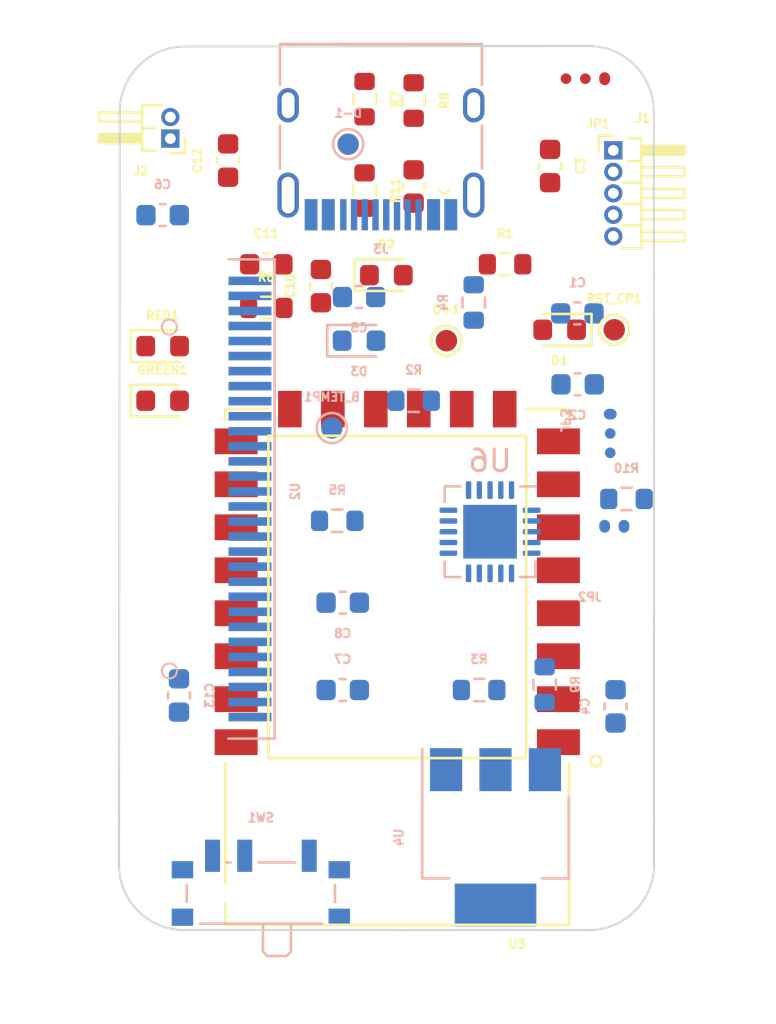
<source format=kicad_pcb>
(kicad_pcb (version 20211014) (generator pcbnew)
  (layers (0 "F.Cu" signal) (31 "B.Cu" signal) (34 "B.Paste" user) (35 "F.Paste" user) (36 "B.SilkS" user "B.Silkscreen") (37 "F.SilkS" user "F.Silkscreen") (38 "B.Mask" user) (39 "F.Mask" user) (44 "Edge.Cuts" user))
  (net 0 "")
  (net 1 "Net-(B_TEMP1-Pad1)")
  (net 2 "Net-(C1-Pad1)")
  (net 3 "GND")
  (net 4 "VIN")
  (net 5 "Net-(C4-Pad1)")
  (net 6 "Net-(C5-Pad1)")
  (net 7 "Net-(C5-Pad2)")
  (net 8 "Net-(C6-Pad1)")
  (net 9 "Net-(C7-Pad1)")
  (net 10 "Net-(C8-Pad1)")
  (net 11 "/RST#")
  (net 12 "Net-(C13-Pad1)")
  (net 13 "+3V3")
  (net 14 "VCC")
  (net 15 "/BATTERY +VE")
  (net 16 "/USB_D+")
  (net 17 "/USB_D-")
  (net 18 "Net-(GREEN1-Pad1)")
  (net 19 "Net-(GREEN1-Pad2)")
  (net 20 "Net-(J1-Pad3)")
  (net 21 "Net-(J1-Pad4)")
  (net 22 "/AT_RXD")
  (net 23 "/CP_TXD")
  (net 24 "/AT_TXD")
  (net 25 "/CP_RXD")
  (net 26 "Net-(R1-Pad2)")
  (net 27 "3.3V")
  (net 28 "/SCL_3.3")
  (net 29 "Net-(R4-Pad1)")
  (net 30 "/SDA_3.3")
  (net 31 "Net-(RED1-Pad1)")
  (net 40 "Net-(C6-Pad2)")
  (net 41 "Net-(C10-Pad1)")
  (net 47 "Net-(JP2-Pad1)")
  (net 48 "Net-(R5-Pad1)")
  (net 49 "Net-(R8-Pad1)")
  (net 50 "Net-(R11-Pad2)")
  (footprint "TestPoint:TestPoint_Pad_D1.0mm" (layer "F.Cu") (at 124.651 85.09)
    (fp_text reference "RST_CP1" (at 0 -1.448) (layer "F.SilkS") (effects (font (size 0.4 0.4) (thickness 0.14))))
    (fp_text value "0-RST")
    (fp_circle (center 0 0) (end 0 0.7) (layer "F.SilkS") (width 0.12) (fill none))
    (pad "1" smd circle (at 0 0) (size 1 1) (layers "F.Cu" "F.Mask") (net 26 "Net-(R1-Pad2)"))
  )
  (footprint "TestPoint:TestPoint_Pad_D1.0mm" (layer "F.Cu") (at 116.84 85.598)
    (fp_text reference "D+1" (at 0 -1.448) (layer "F.SilkS") (effects (font (size 0.4 0.4) (thickness 0.14))))
    (fp_text value "D+")
    (fp_circle (center 0 0) (end 0 0.7) (layer "F.SilkS") (width 0.12) (fill none))
    (pad "1" smd circle (at 0 0) (size 1 1) (layers "F.Cu" "F.Mask") (net 16 "/USB_D+"))
  )
  (footprint "Resistor_SMD:R_0603_1608Metric" (layer "F.Cu") (at 119.571 82.042)
    (fp_text reference "R1" (at 0 -1.43) (layer "F.SilkS") (effects (font (size 0.4 0.4) (thickness 0.14))))
    (fp_text value "4.7k")
    (fp_line (start -0.237258 -0.5225) (end 0.237258 -0.5225) (layer "F.SilkS") (width 0.12))
    (fp_line (start -0.237258 0.5225) (end 0.237258 0.5225) (layer "F.SilkS") (width 0.12))
    (pad "1" smd roundrect (at -0.825 0) (size 0.8 0.95) (layers "F.Cu" "F.Paste" "F.Mask") (net 4 "VIN"))
    (pad "2" smd roundrect (at 0.825 0) (size 0.8 0.95) (layers "F.Cu" "F.Paste" "F.Mask") (net 26 "Net-(R1-Pad2)"))
  )
  (footprint "Capacitor_SMD:C_0603_1608Metric" (layer "F.Cu") (at 106.68 77.216 90)
    (fp_text reference "C12" (at 0 -1.43 90) (layer "F.SilkS") (effects (font (size 0.4 0.4) (thickness 0.14))))
    (fp_text value "10uf")
    (fp_line (start -0.14058 0.51) (end 0.14058 0.51) (layer "F.SilkS") (width 0.12))
    (fp_line (start -0.14058 -0.51) (end 0.14058 -0.51) (layer "F.SilkS") (width 0.12))
    (pad "1" smd roundrect (at -0.775 0 90) (size 0.9 0.95) (layers "F.Cu" "F.Paste" "F.Mask") (net 15 "/BATTERY +VE"))
    (pad "2" smd roundrect (at 0.775 0 90) (size 0.9 0.95) (layers "F.Cu" "F.Paste" "F.Mask") (net 3 "GND"))
  )
  (footprint "Capacitor_SMD:C_0603_1608Metric" (layer "F.Cu") (at 121.666 77.47 -90)
    (fp_text reference "C3" (at 0 -1.43 90) (layer "F.SilkS") (effects (font (size 0.4 0.4) (thickness 0.14))))
    (fp_text value "1uf")
    (fp_line (start -0.14058 -0.51) (end 0.14058 -0.51) (layer "F.SilkS") (width 0.12))
    (fp_line (start -0.14058 0.51) (end 0.14058 0.51) (layer "F.SilkS") (width 0.12))
    (pad "1" smd roundrect (at -0.775 0 270) (size 0.9 0.95) (layers "F.Cu" "F.Paste" "F.Mask") (net 4 "VIN"))
    (pad "2" smd roundrect (at 0.775 0 270) (size 0.9 0.95) (layers "F.Cu" "F.Paste" "F.Mask") (net 3 "GND"))
  )
  (footprint "TEST_POINT_MATRIX_6-PIN:3_PIN_SOLDER_JUMPER_SMD" (layer "F.Cu") (at 123.906 76.006)
    (fp_text reference "JP1" (at 0 -0.5 unlocked) (layer "F.SilkS") (effects (font (size 0.4 0.4) (thickness 0.14))))
    (fp_text value "SolderJumper_3_Open")
    (pad "1" smd oval (at 0.3 -2.6) (size 0.5 0.6) (layers "F.Cu" "F.Paste" "F.Mask") (net 22 "/AT_RXD") (clearance 0.2))
    (pad "2" smd custom (at -0.6 -2.6) (size 0.5 0.5) (layers "F.Cu" "F.Paste" "F.Mask") (net 20 "Net-(J1-Pad3)") (clearance 0.2) (options (clearance outline) (anchor circle)) (primitives))
    (pad "3" smd custom (at -1.5 -2.6) (size 0.5 0.5) (layers "F.Cu" "F.Paste" "F.Mask") (net 23 "/CP_TXD") (clearance 0.2) (options (clearance outline) (anchor circle)) (primitives))
  )
  (footprint "LED_SMD:LED_0603_1608Metric" (layer "F.Cu") (at 103.632 85.852)
    (fp_text reference "RED1" (at 0 -1.43) (layer "F.SilkS") (effects (font (size 0.4 0.4) (thickness 0.14))))
    (fp_text value "LED RED")
    (fp_line (start -1.485 0.735) (end 0.8 0.735) (layer "F.SilkS") (width 0.12))
    (fp_line (start -1.485 -0.735) (end -1.485 0.735) (layer "F.SilkS") (width 0.12))
    (fp_line (start 0.8 -0.735) (end -1.485 -0.735) (layer "F.SilkS") (width 0.12))
    (pad "1" smd roundrect (at -0.7875 0) (size 0.875 0.95) (layers "F.Cu" "F.Paste" "F.Mask") (net 31 "Net-(RED1-Pad1)"))
    (pad "2" smd roundrect (at 0.7875 0) (size 0.875 0.95) (layers "F.Cu" "F.Paste" "F.Mask") (net 49 "Net-(R8-Pad1)"))
  )
  (footprint "ESP8266 FT:XCVR_ESP8266-12E_ESP-12E" (layer "F.Cu") (at 114.554 97.282 180)
    (fp_text reference "U3" (at -5.57929 -16.39759) (layer "F.SilkS") (effects (font (size 0.4 0.4) (thickness 0.14))))
    (fp_text value "ESP8266-12E/ESP-12E")
    (fp_line (start 8 8) (end 8 8.5) (layer "F.SilkS") (width 0.127))
    (fp_line (start -6 7.26) (end -6 -7.74) (layer "F.SilkS") (width 0.127))
    (fp_line (start 6 7.26) (end -6 7.26) (layer "F.SilkS") (width 0.127))
    (fp_line (start 8 8.5) (end 6 8.5) (layer "F.SilkS") (width 0.127))
    (fp_line (start -8 -8) (end -8 -15.5) (layer "F.SilkS") (width 0.127))
    (fp_line (start -6 -7.74) (end 6 -7.74) (layer "F.SilkS") (width 0.127))
    (fp_line (start -8 -15.5) (end 8 -15.5) (layer "F.SilkS") (width 0.127))
    (fp_line (start 6 -7.74) (end 6 7.26) (layer "F.SilkS") (width 0.127))
    (fp_line (start 8 -15.5) (end 8 -8) (layer "F.SilkS") (width 0.127))
    (fp_line (start -8 8.5) (end -6 8.5) (layer "F.SilkS") (width 0.127))
    (fp_line (start -8 8) (end -8 8.5) (layer "F.SilkS") (width 0.127))
    (fp_circle (center -9.25 -7.875) (end -9 -7.875) (layer "F.SilkS") (width 0.127) (fill none))
    (pad "1" smd rect locked (at -7.5 -7 180) (size 2 1.2) (layers "F.Cu" "F.Paste" "F.Mask"))
    (pad "2" smd rect locked (at -7.5 -5 180) (size 2 1.2) (layers "F.Cu" "F.Paste" "F.Mask"))
    (pad "3" smd rect locked (at -7.5 -3 180) (size 2 1.2) (layers "F.Cu" "F.Paste" "F.Mask"))
    (pad "4" smd rect locked (at -7.5 -1 180) (size 2 1.2) (layers "F.Cu" "F.Paste" "F.Mask"))
    (pad "5" smd rect locked (at -7.5 1 180) (size 2 1.2) (layers "F.Cu" "F.Paste" "F.Mask"))
    (pad "6" smd rect locked (at -7.5 3 180) (size 2 1.2) (layers "F.Cu" "F.Paste" "F.Mask"))
    (pad "7" smd rect locked (at -7.5 5 180) (size 2 1.2) (layers "F.Cu" "F.Paste" "F.Mask"))
    (pad "8" smd rect locked (at -7.5 7 180) (size 2 1.2) (layers "F.Cu" "F.Paste" "F.Mask"))
    (pad "9" smd rect locked (at -5 8.5 180) (size 1.1 1.7) (layers "F.Cu" "F.Paste" "F.Mask"))
    (pad "10" smd rect locked (at -3 8.5 180) (size 1.1 1.7) (layers "F.Cu" "F.Paste" "F.Mask"))
    (pad "11" smd rect locked (at -1 8.5 180) (size 1.1 1.7) (layers "F.Cu" "F.Paste" "F.Mask"))
    (pad "12" smd rect locked (at 1 8.5 180) (size 1.1 1.7) (layers "F.Cu" "F.Paste" "F.Mask"))
    (pad "13" smd rect locked (at 3 8.5 180) (size 1.1 1.7) (layers "F.Cu" "F.Paste" "F.Mask"))
    (pad "14" smd rect locked (at 5 8.5 180) (size 1.1 1.7) (layers "F.Cu" "F.Paste" "F.Mask"))
    (pad "15" smd rect locked (at 7.5 7 180) (size 2 1.2) (layers "F.Cu" "F.Paste" "F.Mask"))
    (pad "16" smd rect locked (at 7.5 5 180) (size 2 1.2) (layers "F.Cu" "F.Paste" "F.Mask"))
    (pad "17" smd rect locked (at 7.5 3 180) (size 2 1.2) (layers "F.Cu" "F.Paste" "F.Mask"))
    (pad "18" smd rect locked (at 7.5 1 180) (size 2 1.2) (layers "F.Cu" "F.Paste" "F.Mask"))
    (pad "19" smd rect locked (at 7.5 -1 180) (size 2 1.2) (layers "F.Cu" "F.Paste" "F.Mask"))
    (pad "20" smd rect locked (at 7.5 -3 180) (size 2 1.2) (layers "F.Cu" "F.Paste" "F.Mask"))
    (pad "21" smd rect locked (at 7.5 -5 180) (size 2 1.2) (layers "F.Cu" "F.Paste" "F.Mask"))
    (pad "22" smd rect locked (at 7.5 -7 180) (size 2 1.2) (layers "F.Cu" "F.Paste" "F.Mask"))
  )
  (footprint "Resistor_SMD:R_0603_1608Metric" (layer "F.Cu") (at 115.316 74.422 -90)
    (fp_text reference "R8" (at 0 -1.43 90) (layer "F.SilkS") (effects (font (size 0.4 0.4) (thickness 0.14))))
    (fp_text value "1k")
    (fp_line (start -0.237258 -0.5225) (end 0.237258 -0.5225) (layer "F.SilkS") (width 0.12))
    (fp_line (start -0.237258 0.5225) (end 0.237258 0.5225) (layer "F.SilkS") (width 0.12))
    (pad "1" smd roundrect (at -0.825 0 270) (size 0.8 0.95) (layers "F.Cu" "F.Paste" "F.Mask") (net 49 "Net-(R8-Pad1)"))
    (pad "2" smd roundrect (at 0.825 0 270) (size 0.8 0.95) (layers "F.Cu" "F.Paste" "F.Mask") (net 12 "Net-(C13-Pad1)"))
  )
  (footprint "Diode_SMD:D_0603_1608Metric" (layer "F.Cu") (at 114.046 82.55)
    (fp_text reference "D2" (at 0 -1.43) (layer "F.SilkS") (effects (font (size 0.4 0.4) (thickness 0.14))))
    (fp_text value "D_Schottky")
    (fp_line (start -1.485 -0.735) (end -1.485 0.735) (layer "F.SilkS") (width 0.12))
    (fp_line (start -1.485 0.735) (end 0.8 0.735) (layer "F.SilkS") (width 0.12))
    (fp_line (start 0.8 -0.735) (end -1.485 -0.735) (layer "F.SilkS") (width 0.12))
    (pad "1" smd roundrect (at -0.7875 0) (size 0.875 0.95) (layers "F.Cu" "F.Paste" "F.Mask") (net 16 "/USB_D+"))
    (pad "2" smd roundrect (at 0.7875 0) (size 0.875 0.95) (layers "F.Cu" "F.Paste" "F.Mask") (net 3 "GND"))
  )
  (footprint "LED_SMD:LED_0603_1608Metric" (layer "F.Cu") (at 103.632 88.392)
    (fp_text reference "GREEN1" (at 0 -1.43) (layer "F.SilkS") (effects (font (size 0.4 0.4) (thickness 0.14))))
    (fp_text value "LED GREEN")
    (fp_line (start 0.8 -0.735) (end -1.485 -0.735) (layer "F.SilkS") (width 0.12))
    (fp_line (start -1.485 -0.735) (end -1.485 0.735) (layer "F.SilkS") (width 0.12))
    (fp_line (start -1.485 0.735) (end 0.8 0.735) (layer "F.SilkS") (width 0.12))
    (pad "1" smd roundrect (at -0.7875 0) (size 0.875 0.95) (layers "F.Cu" "F.Paste" "F.Mask") (net 18 "Net-(GREEN1-Pad1)"))
    (pad "2" smd roundrect (at 0.7875 0) (size 0.875 0.95) (layers "F.Cu" "F.Paste" "F.Mask") (net 19 "Net-(GREEN1-Pad2)"))
  )
  (footprint "Connector_PinHeader_1.00mm:PinHeader_1x05_P1.00mm_Horizontal" (layer "F.Cu") (at 124.609 76.74)
    (fp_text reference "J1" (at 1.375 -1.5) (layer "F.SilkS") (effects (font (size 0.4 0.4) (thickness 0.14))))
    (fp_text value "UART")
    (fp_line (start 3.31 1.79) (end 3.31 2.21) (layer "F.SilkS") (width 0.12))
    (fp_line (start 0.468215 2.5) (end 1.31 2.5) (layer "F.SilkS") (width 0.12))
    (fp_line (start 3.31 1.21) (end 1.31 1.21) (layer "F.SilkS") (width 0.12))
    (fp_line (start 1.31 0.09) (end 3.31 0.09) (layer "F.SilkS") (width 0.12))
    (fp_line (start -0.685 0) (end -0.685 -0.685) (layer "F.SilkS") (width 0.12))
    (fp_line (start -0.685 -0.685) (end 0 -0.685) (layer "F.SilkS") (width 0.12))
    (fp_line (start 3.31 0.79) (end 3.31 1.21) (layer "F.SilkS") (width 0.12))
    (fp_line (start 1.31 4.56) (end 0.394493 4.56) (layer "F.SilkS") (width 0.12))
    (fp_line (start 3.31 4.21) (end 1.31 4.21) (layer "F.SilkS") (width 0.12))
    (fp_line (start 3.31 3.21) (end 1.31 3.21) (layer "F.SilkS") (width 0.12))
    (fp_line (start 0.468215 3.5) (end 1.31 3.5) (layer "F.SilkS") (width 0.12))
    (fp_line (start 1.31 -0.15) (end 3.31 -0.15) (layer "F.SilkS") (width 0.12))
    (fp_line (start 0.685 0.5) (end 1.31 0.5) (layer "F.SilkS") (width 0.12))
    (fp_line (start 1.31 -0.56) (end 1.31 4.56) (layer "F.SilkS") (width 0.12))
    (fp_line (start 1.31 -0.03) (end 3.31 -0.03) (layer "F.SilkS") (width 0.12))
    (fp_line (start 1.31 3.79) (end 3.31 3.79) (layer "F.SilkS") (width 0.12))
    (fp_line (start 1.31 -0.21) (end 3.31 -0.21) (layer "F.SilkS") (width 0.12))
    (fp_line (start 3.31 2.79) (end 3.31 3.21) (layer "F.SilkS") (width 0.12))
    (fp_line (start 0.685 -0.56) (end 1.31 -0.56) (layer "F.SilkS") (width 0.12))
    (fp_line (start 3.31 -0.21) (end 3.31 0.21) (layer "F.SilkS") (width 0.12))
    (fp_line (start 3.31 3.79) (end 3.31 4.21) (layer "F.SilkS") (width 0.12))
    (fp_line (start 1.31 2.79) (end 3.31 2.79) (layer "F.SilkS") (width 0.12))
    (fp_line (start 0.468215 1.5) (end 1.31 1.5) (layer "F.SilkS") (width 0.12))
    (fp_line (start 1.31 1.79) (end 3.31 1.79) (layer "F.SilkS") (width 0.12))
    (fp_line (start 3.31 0.21) (end 1.31 0.21) (layer "F.SilkS") (width 0.12))
    (fp_line (start 1.31 0.79) (end 3.31 0.79) (layer "F.SilkS") (width 0.12))
    (fp_line (start 3.31 2.21) (end 1.31 2.21) (layer "F.SilkS") (width 0.12))
    (pad "1" thru_hole rect (at 0 0) (size 0.85 0.85) (drill 0.5) (layers *.Cu *.Mask) (net 4 "VIN"))
    (pad "2" thru_hole oval (at 0 1) (size 0.85 0.85) (drill 0.5) (layers *.Cu *.Mask) (net 3 "GND"))
    (pad "3" thru_hole oval (at 0 2) (size 0.85 0.85) (drill 0.5) (layers *.Cu *.Mask) (net 20 "Net-(J1-Pad3)"))
    (pad "4" thru_hole oval (at 0 3) (size 0.85 0.85) (drill 0.5) (layers *.Cu *.Mask) (net 21 "Net-(J1-Pad4)"))
    (pad "5" thru_hole oval (at 0 4) (size 0.85 0.85) (drill 0.5) (layers *.Cu *.Mask) (net 2 "Net-(C1-Pad1)"))
  )
  (footprint "Resistor_SMD:R_0603_1608Metric" (layer "F.Cu") (at 108.458 84.074)
    (fp_text reference "R6" (at 0 -1.43) (layer "F.SilkS") (effects (font (size 0.4 0.4) (thickness 0.14))))
    (fp_text value "0.4R")
    (fp_line (start -0.237258 0.5225) (end 0.237258 0.5225) (layer "F.SilkS") (width 0.12))
    (fp_line (start -0.237258 -0.5225) (end 0.237258 -0.5225) (layer "F.SilkS") (width 0.12))
    (pad "1" smd roundrect (at -0.825 0) (size 0.8 0.95) (layers "F.Cu" "F.Paste" "F.Mask") (net 14 "VCC"))
    (pad "2" smd roundrect (at 0.825 0) (size 0.8 0.95) (layers "F.Cu" "F.Paste" "F.Mask") (net 41 "Net-(C10-Pad1)"))
  )
  (footprint "Connector_PinHeader_1.00mm:PinHeader_1x02_P1.00mm_Horizontal" (layer "F.Cu") (at 103.991 76.192 180)
    (fp_text reference "J2" (at 1.375 -1.5) (layer "F.SilkS") (effects (font (size 0.4 0.4) (thickness 0.14))))
    (fp_text value "Li-Ion 3.7 CONN")
    (fp_line (start 1.31 -0.21) (end 3.31 -0.21) (layer "F.SilkS") (width 0.12))
    (fp_line (start 3.31 0.21) (end 1.31 0.21) (layer "F.SilkS") (width 0.12))
    (fp_line (start 1.31 0.79) (end 3.31 0.79) (layer "F.SilkS") (width 0.12))
    (fp_line (start 1.31 1.56) (end 0.394493 1.56) (layer "F.SilkS") (width 0.12))
    (fp_line (start 1.31 -0.15) (end 3.31 -0.15) (layer "F.SilkS") (width 0.12))
    (fp_line (start 3.31 1.21) (end 1.31 1.21) (layer "F.SilkS") (width 0.12))
    (fp_line (start 1.31 -0.03) (end 3.31 -0.03) (layer "F.SilkS") (width 0.12))
    (fp_line (start 3.31 0.79) (end 3.31 1.21) (layer "F.SilkS") (width 0.12))
    (fp_line (start 1.31 0.09) (end 3.31 0.09) (layer "F.SilkS") (width 0.12))
    (fp_line (start 0.685 0.5) (end 1.31 0.5) (layer "F.SilkS") (width 0.12))
    (fp_line (start 0.685 -0.56) (end 1.31 -0.56) (layer "F.SilkS") (width 0.12))
    (fp_line (start 3.31 -0.21) (end 3.31 0.21) (layer "F.SilkS") (width 0.12))
    (fp_line (start -0.685 -0.685) (end 0 -0.685) (layer "F.SilkS") (width 0.12))
    (fp_line (start 1.31 -0.56) (end 1.31 1.56) (layer "F.SilkS") (width 0.12))
    (fp_line (start -0.685 0) (end -0.685 -0.685) (layer "F.SilkS") (width 0.12))
    (pad "1" thru_hole rect (at 0 0 180) (size 0.85 0.85) (drill 0.5) (layers *.Cu *.Mask) (net 15 "/BATTERY +VE"))
    (pad "2" thru_hole oval (at 0 1 180) (size 0.85 0.85) (drill 0.5) (layers *.Cu *.Mask) (net 3 "GND"))
  )
  (footprint "Diode_SMD:D_0603_1608Metric" (layer "F.Cu") (at 122.111 85.09 180)
    (fp_text reference "D1" (at 0 -1.43) (layer "F.SilkS") (effects (font (size 0.4 0.4) (thickness 0.14))))
    (fp_text value "4148")
    (fp_line (start -1.485 0.735) (end 0.8 0.735) (layer "F.SilkS") (width 0.12))
    (fp_line (start 0.8 -0.735) (end -1.485 -0.735) (layer "F.SilkS") (width 0.12))
    (fp_line (start -1.485 -0.735) (end -1.485 0.735) (layer "F.SilkS") (width 0.12))
    (pad "1" smd roundrect (at -0.7875 0 180) (size 0.875 0.95) (layers "F.Cu" "F.Paste" "F.Mask") (net 4 "VIN"))
    (pad "2" smd roundrect (at 0.7875 0 180) (size 0.875 0.95) (layers "F.Cu" "F.Paste" "F.Mask") (net 3 "GND"))
  )
  (footprint "Capacitor_SMD:C_0603_1608Metric" (layer "F.Cu") (at 110.998 83.058 90)
    (fp_text reference "C10" (at 0 -1.43 90) (layer "F.SilkS") (effects (font (size 0.4 0.4) (thickness 0.14))))
    (fp_text value "1uf")
    (fp_line (start -0.14058 -0.51) (end 0.14058 -0.51) (layer "F.SilkS") (width 0.12))
    (fp_line (start -0.14058 0.51) (end 0.14058 0.51) (layer "F.SilkS") (width 0.12))
    (pad "1" smd roundrect (at -0.775 0 90) (size 0.9 0.95) (layers "F.Cu" "F.Paste" "F.Mask") (net 41 "Net-(C10-Pad1)"))
    (pad "2" smd roundrect (at 0.775 0 90) (size 0.9 0.95) (layers "F.Cu" "F.Paste" "F.Mask") (net 3 "GND"))
  )
  (footprint "Capacitor_SMD:C_0603_1608Metric" (layer "F.Cu") (at 108.458 82.042)
    (fp_text reference "C11" (at 0 -1.43) (layer "F.SilkS") (effects (font (size 0.4 0.4) (thickness 0.14))))
    (fp_text value ".1uf")
    (fp_line (start -0.14058 0.51) (end 0.14058 0.51) (layer "F.SilkS") (width 0.12))
    (fp_line (start -0.14058 -0.51) (end 0.14058 -0.51) (layer "F.SilkS") (width 0.12))
    (pad "1" smd roundrect (at -0.775 0) (size 0.9 0.95) (layers "F.Cu" "F.Paste" "F.Mask") (net 14 "VCC"))
    (pad "2" smd roundrect (at 0.775 0) (size 0.9 0.95) (layers "F.Cu" "F.Paste" "F.Mask") (net 3 "GND"))
  )
  (footprint "Resistor_SMD:R_0603_1608Metric" (layer "F.Cu") (at 113.03 74.359 -90)
    (fp_text reference "R7" (at 0 -1.43 90) (layer "F.SilkS") (effects (font (size 0.4 0.4) (thickness 0.14))))
    (fp_text value "1k")
    (fp_line (start -0.237258 0.5225) (end 0.237258 0.5225) (layer "F.SilkS") (width 0.12))
    (fp_line (start -0.237258 -0.5225) (end 0.237258 -0.5225) (layer "F.SilkS") (width 0.12))
    (pad "1" smd roundrect (at -0.825 0 270) (size 0.8 0.95) (layers "F.Cu" "F.Paste" "F.Mask") (net 19 "Net-(GREEN1-Pad2)"))
    (pad "2" smd roundrect (at 0.825 0 270) (size 0.8 0.95) (layers "F.Cu" "F.Paste" "F.Mask") (net 12 "Net-(C13-Pad1)"))
  )
  (footprint "Resistor_SMD:R_0603_1608Metric" (layer "F.Cu") (at 113.03 78.614 -90)
    (fp_text reference "R11" (at 0 -1.43 90) (layer "F.SilkS") (effects (font (size 0.4 0.4) (thickness 0.14))))
    (fp_text value "R_prog")
    (fp_line (start -0.237258 -0.5225) (end 0.237258 -0.5225) (layer "F.SilkS") (width 0.12))
    (fp_line (start -0.237258 0.5225) (end 0.237258 0.5225) (layer "F.SilkS") (width 0.12))
    (pad "1" smd roundrect (at -0.825 0 270) (size 0.8 0.95) (layers "F.Cu" "F.Paste" "F.Mask") (net 3 "GND"))
    (pad "2" smd roundrect (at 0.825 0 270) (size 0.8 0.95) (layers "F.Cu" "F.Paste" "F.Mask") (net 50 "Net-(R11-Pad2)"))
  )
  (footprint "Capacitor_SMD:C_0603_1608Metric" (layer "F.Cu") (at 115.316 78.423 -90)
    (fp_text reference "C9" (at 0 -1.43 90) (layer "F.SilkS") (effects (font (size 0.4 0.4) (thickness 0.14))))
    (fp_text value "1uf")
    (fp_line (start -0.14058 0.51) (end 0.14058 0.51) (layer "F.SilkS") (width 0.12))
    (fp_line (start -0.14058 -0.51) (end 0.14058 -0.51) (layer "F.SilkS") (width 0.12))
    (pad "1" smd roundrect (at -0.775 0 270) (size 0.9 0.95) (layers "F.Cu" "F.Paste" "F.Mask") (net 13 "+3V3"))
    (pad "2" smd roundrect (at 0.775 0 270) (size 0.9 0.95) (layers "F.Cu" "F.Paste" "F.Mask") (net 3 "GND"))
  )
  (footprint "Package_TO_SOT_SMD:SOT-223" (layer "B.Cu") (at 119.126 108.712 -90)
    (fp_text reference "U4" (at 0 4.5 90) (layer "B.SilkS") (effects (font (size 0.4 0.4) (thickness 0.14)) (justify mirror)))
    (fp_text value "LM3940IMP-3.3/NOPB")
    (fp_line (start -4.1 3.41) (end 1.91 3.41) (layer "B.SilkS") (width 0.12))
    (fp_line (start -1.85 -3.41) (end 1.91 -3.41) (layer "B.SilkS") (width 0.12))
    (fp_line (start 1.91 -3.41) (end 1.91 -2.15) (layer "B.SilkS") (width 0.12))
    (fp_line (start 1.91 3.41) (end 1.91 2.15) (layer "B.SilkS") (width 0.12))
    (pad "1" smd rect (at -3.15 2.3 270) (size 2 1.5) (layers "B.Cu" "B.Paste" "B.Mask") (net 41 "Net-(C10-Pad1)"))
    (pad "2" smd rect (at -3.15 0 270) (size 2 1.5) (layers "B.Cu" "B.Paste" "B.Mask") (net 3 "GND"))
    (pad "3" smd rect (at -3.15 -2.3 270) (size 2 1.5) (layers "B.Cu" "B.Paste" "B.Mask") (net 13 "+3V3"))
    (pad "4" smd rect (at 3.15 0 270) (size 2 3.8) (layers "B.Cu" "B.Paste" "B.Mask"))
  )
  (footprint "Capacitor_SMD:C_0603_1608Metric" (layer "B.Cu") (at 112.014 101.854 180)
    (fp_text reference "C7" (at 0 1.43) (layer "B.SilkS") (effects (font (size 0.4 0.4) (thickness 0.14)) (justify mirror)))
    (fp_text value "2.2uf")
    (fp_line (start -0.14058 0.51) (end 0.14058 0.51) (layer "B.SilkS") (width 0.12))
    (fp_line (start -0.14058 -0.51) (end 0.14058 -0.51) (layer "B.SilkS") (width 0.12))
    (pad "1" smd roundrect (at -0.775 0 180) (size 0.9 0.95) (layers "B.Cu" "B.Paste" "B.Mask") (net 9 "Net-(C7-Pad1)"))
    (pad "2" smd roundrect (at 0.775 0 180) (size 0.9 0.95) (layers "B.Cu" "B.Paste" "B.Mask") (net 3 "GND"))
  )
  (footprint "Display:OLED-128O064D" (layer "B.Cu") (at 107.696 92.964 -90)
    (fp_text reference "U2" (at -0.35 -2.1 90) (layer "B.SilkS") (effects (font (size 0.4 0.4) (thickness 0.14)) (justify mirror)))
    (fp_text value "SSD1306")
    (fp_line (start 11.15 -1.15) (end 11.15 1) (layer "B.SilkS") (width 0.12))
    (fp_line (start -11.15 -1.15) (end 11.15 -1.15) (layer "B.SilkS") (width 0.12))
    (fp_line (start -11.15 1) (end -11.15 -1.15) (layer "B.SilkS") (width 0.12))
    (fp_circle (center -8 3.75) (end -7.65 3.75) (layer "B.SilkS") (width 0.1) (fill none))
    (fp_circle (center 8 3.75) (end 8.35 3.75) (layer "B.SilkS") (width 0.1) (fill none))
    (pad "1" smd rect (at -10.15 0 270) (size 0.4 2) (layers "B.Cu" "B.Paste" "B.Mask") (net 3 "GND"))
    (pad "2" smd rect (at -9.45 0 270) (size 0.4 2) (layers "B.Cu" "B.Paste" "B.Mask") (net 7 "Net-(C5-Pad2)"))
    (pad "3" smd rect (at -8.75 0 270) (size 0.4 2) (layers "B.Cu" "B.Paste" "B.Mask") (net 6 "Net-(C5-Pad1)"))
    (pad "4" smd rect (at -8.05 0 270) (size 0.4 2) (layers "B.Cu" "B.Paste" "B.Mask") (net 8 "Net-(C6-Pad1)"))
    (pad "5" smd rect (at -7.35 0 270) (size 0.4 2) (layers "B.Cu" "B.Paste" "B.Mask") (net 40 "Net-(C6-Pad2)"))
    (pad "6" smd rect (at -6.65 0 270) (size 0.4 2) (layers "B.Cu" "B.Paste" "B.Mask") (net 27 "3.3V"))
    (pad "7" smd rect (at -5.95 0 270) (size 0.4 2) (layers "B.Cu" "B.Paste" "B.Mask"))
    (pad "8" smd rect (at -5.25 0 270) (size 0.4 2) (layers "B.Cu" "B.Paste" "B.Mask") (net 3 "GND"))
    (pad "9" smd rect (at -4.55 0 270) (size 0.4 2) (layers "B.Cu" "B.Paste" "B.Mask") (net 27 "3.3V"))
    (pad "10" smd rect (at -3.85 0 270) (size 0.4 2) (layers "B.Cu" "B.Paste" "B.Mask") (net 3 "GND"))
    (pad "11" smd rect (at -3.15 0 270) (size 0.4 2) (layers "B.Cu" "B.Paste" "B.Mask") (net 27 "3.3V"))
    (pad "12" smd rect (at -2.45 0 270) (size 0.4 2) (layers "B.Cu" "B.Paste" "B.Mask") (net 3 "GND"))
    (pad "13" smd rect (at -1.75 0 270) (size 0.4 2) (layers "B.Cu" "B.Paste" "B.Mask") (net 3 "GND"))
    (pad "14" smd rect (at -1.05 0 270) (size 0.4 2) (layers "B.Cu" "B.Paste" "B.Mask"))
    (pad "15" smd rect (at -0.35 0 270) (size 0.4 2) (layers "B.Cu" "B.Paste" "B.Mask"))
    (pad "16" smd rect (at 0.35 0 270) (size 0.4 2) (layers "B.Cu" "B.Paste" "B.Mask"))
    (pad "17" smd rect (at 1.05 0 270) (size 0.4 2) (layers "B.Cu" "B.Paste" "B.Mask"))
    (pad "18" smd rect (at 1.75 0 270) (size 0.4 2) (layers "B.Cu" "B.Paste" "B.Mask") (net 28 "/SCL_3.3"))
    (pad "19" smd rect (at 2.45 0 270) (size 0.4 2) (layers "B.Cu" "B.Paste" "B.Mask") (net 30 "/SDA_3.3"))
    (pad "20" smd rect (at 3.15 0 270) (size 0.4 2) (layers "B.Cu" "B.Paste" "B.Mask") (net 30 "/SDA_3.3"))
    (pad "21" smd rect (at 3.85 0 270) (size 0.4 2) (layers "B.Cu" "B.Paste" "B.Mask"))
    (pad "22" smd rect (at 4.55 0 270) (size 0.4 2) (layers "B.Cu" "B.Paste" "B.Mask"))
    (pad "23" smd rect (at 5.25 0 270) (size 0.4 2) (layers "B.Cu" "B.Paste" "B.Mask"))
    (pad "24" smd rect (at 5.95 0 270) (size 0.4 2) (layers "B.Cu" "B.Paste" "B.Mask"))
    (pad "25" smd rect (at 6.65 0 270) (size 0.4 2) (layers "B.Cu" "B.Paste" "B.Mask"))
    (pad "26" smd rect (at 7.35 0 270) (size 0.4 2) (layers "B.Cu" "B.Paste" "B.Mask") (net 48 "Net-(R5-Pad1)"))
    (pad "27" smd rect (at 8.05 0 270) (size 0.4 2) (layers "B.Cu" "B.Paste" "B.Mask") (net 9 "Net-(C7-Pad1)"))
    (pad "28" smd rect (at 8.75 0 270) (size 0.4 2) (layers "B.Cu" "B.Paste" "B.Mask") (net 10 "Net-(C8-Pad1)"))
    (pad "29" smd rect (at 9.45 0 270) (size 0.4 2) (layers "B.Cu" "B.Paste" "B.Mask") (net 3 "GND"))
    (pad "30" smd rect (at 10.15 0 270) (size 0.4 2) (layers "B.Cu" "B.Paste" "B.Mask") (net 3 "GND"))
  )
  (footprint "Capacitor_SMD:C_0603_1608Metric" (layer "B.Cu") (at 103.632 79.756 180)
    (fp_text reference "C6" (at 0 1.43) (layer "B.SilkS") (effects (font (size 0.4 0.4) (thickness 0.14)) (justify mirror)))
    (fp_text value "1uf")
    (fp_line (start -0.14058 0.51) (end 0.14058 0.51) (layer "B.SilkS") (width 0.12))
    (fp_line (start -0.14058 -0.51) (end 0.14058 -0.51) (layer "B.SilkS") (width 0.12))
    (pad "1" smd roundrect (at -0.775 0 180) (size 0.9 0.95) (layers "B.Cu" "B.Paste" "B.Mask") (net 8 "Net-(C6-Pad1)"))
    (pad "2" smd roundrect (at 0.775 0 180) (size 0.9 0.95) (layers "B.Cu" "B.Paste" "B.Mask") (net 40 "Net-(C6-Pad2)"))
  )
  (footprint "Resistor_SMD:R_0603_1608Metric" (layer "B.Cu") (at 118.364 101.854 180)
    (fp_text reference "R3" (at 0 1.43) (layer "B.SilkS") (effects (font (size 0.4 0.4) (thickness 0.14)) (justify mirror)))
    (fp_text value "10k")
    (fp_line (start -0.237258 -0.5225) (end 0.237258 -0.5225) (layer "B.SilkS") (width 0.12))
    (fp_line (start -0.237258 0.5225) (end 0.237258 0.5225) (layer "B.SilkS") (width 0.12))
    (pad "1" smd roundrect (at -0.825 0 180) (size 0.8 0.95) (layers "B.Cu" "B.Paste" "B.Mask") (net 27 "3.3V"))
    (pad "2" smd roundrect (at 0.825 0 180) (size 0.8 0.95) (layers "B.Cu" "B.Paste" "B.Mask") (net 30 "/SDA_3.3"))
  )
  (footprint "Connector_USB:USB_C_Receptacle_HRO_TYPE-C-31-M-12" (layer "B.Cu") (at 113.792 75.692)
    (fp_text reference "J3" (at 0 5.645) (layer "B.SilkS") (effects (font (size 0.4 0.4) (thickness 0.14)) (justify mirror)))
    (fp_text value "USB_C_Receptacle_USB2.0")
    (fp_line (start -4.7 1.9) (end -4.7 -0.1) (layer "B.SilkS") (width 0.12))
    (fp_line (start -4.7 -3.9) (end 4.7 -3.9) (layer "B.SilkS") (width 0.12))
    (fp_line (start -4.7 -2) (end -4.7 -3.9) (layer "B.SilkS") (width 0.12))
    (fp_line (start 4.7 -2) (end 4.7 -3.9) (layer "B.SilkS") (width 0.12))
    (fp_line (start 4.7 1.9) (end 4.7 -0.1) (layer "B.SilkS") (width 0.12))
    (pad "" np_thru_hole circle (at 2.89 2.6) (size 0.65 0.65) (drill 0.65) (layers *.Cu *.Mask))
    (pad "" np_thru_hole circle (at -2.89 2.6) (size 0.65 0.65) (drill 0.65) (layers *.Cu *.Mask))
    (pad "A1" smd rect (at -3.25 4.045) (size 0.6 1.45) (layers "B.Cu" "B.Paste" "B.Mask") (net 3 "GND"))
    (pad "A4" smd rect (at -2.45 4.045) (size 0.6 1.45) (layers "B.Cu" "B.Paste" "B.Mask") (net 4 "VIN"))
    (pad "A5" smd rect (at -1.25 4.045) (size 0.3 1.45) (layers "B.Cu" "B.Paste" "B.Mask"))
    (pad "A6" smd rect (at -0.25 4.045) (size 0.3 1.45) (layers "B.Cu" "B.Paste" "B.Mask") (net 16 "/USB_D+"))
    (pad "A7" smd rect (at 0.25 4.045) (size 0.3 1.45) (layers "B.Cu" "B.Paste" "B.Mask") (net 17 "/USB_D-"))
    (pad "A8" smd rect (at 1.25 4.045) (size 0.3 1.45) (layers "B.Cu" "B.Paste" "B.Mask"))
    (pad "A9" smd rect (at 2.45 4.045) (size 0.6 1.45) (layers "B.Cu" "B.Paste" "B.Mask") (net 4 "VIN"))
    (pad "A12" smd rect (at 3.25 4.045) (size 0.6 1.45) (layers "B.Cu" "B.Paste" "B.Mask") (net 3 "GND"))
    (pad "B1" smd rect (at 3.25 4.045) (size 0.6 1.45) (layers "B.Cu" "B.Paste" "B.Mask") (net 3 "GND"))
    (pad "B4" smd rect (at 2.45 4.045) (size 0.6 1.45) (layers "B.Cu" "B.Paste" "B.Mask") (net 4 "VIN"))
    (pad "B5" smd rect (at 1.75 4.045) (size 0.3 1.45) (layers "B.Cu" "B.Paste" "B.Mask"))
    (pad "B6" smd rect (at 0.75 4.045) (size 0.3 1.45) (layers "B.Cu" "B.Paste" "B.Mask") (net 16 "/USB_D+"))
    (pad "B7" smd rect (at -0.75 4.045) (size 0.3 1.45) (layers "B.Cu" "B.Paste" "B.Mask") (net 17 "/USB_D-"))
    (pad "B8" smd rect (at -1.75 4.045) (size 0.3 1.45) (layers "B.Cu" "B.Paste" "B.Mask"))
    (pad "B9" smd rect (at -2.45 4.045) (size 0.6 1.45) (layers "B.Cu" "B.Paste" "B.Mask") (net 4 "VIN"))
    (pad "B12" smd rect (at -3.25 4.045) (size 0.6 1.45) (layers "B.Cu" "B.Paste" "B.Mask") (net 3 "GND"))
    (pad "S1" thru_hole oval (at -4.32 -1.05) (size 1 1.6) (drill oval 0.6 1.2) (layers *.Cu *.Mask))
    (pad "S1" thru_hole oval (at -4.32 3.13) (size 1 2.1) (drill oval 0.6 1.7) (layers *.Cu *.Mask))
    (pad "S1" thru_hole oval (at 4.32 -1.05) (size 1 1.6) (drill oval 0.6 1.2) (layers *.Cu *.Mask))
    (pad "S1" thru_hole oval (at 4.32 3.13) (size 1 2.1) (drill oval 0.6 1.7) (layers *.Cu *.Mask))
  )
  (footprint "Package_DFN_QFN:QFN-20-1EP_4x4mm_P0.5mm_EP2.5x2.5mm" (layer "B.Cu") (at 118.872 94.488 180)
    (fp_text reference "U6" (at 0 3.3) (layer "B.SilkS") (effects (justify mirror)))
    (fp_text value "NRF24L01")
    (fp_line (start 1.385 2.11) (end 2.11 2.11) (layer "B.SilkS") (width 0.12))
    (fp_line (start 2.11 -2.11) (end 2.11 -1.385) (layer "B.SilkS") (width 0.12))
    (fp_line (start 2.11 2.11) (end 2.11 1.385) (layer "B.SilkS") (width 0.12))
    (fp_line (start -2.11 -2.11) (end -2.11 -1.385) (layer "B.SilkS") (width 0.12))
    (fp_line (start -1.385 2.11) (end -2.11 2.11) (layer "B.SilkS") (width 0.12))
    (fp_line (start 1.385 -2.11) (end 2.11 -2.11) (layer "B.SilkS") (width 0.12))
    (fp_line (start -1.385 -2.11) (end -2.11 -2.11) (layer "B.SilkS") (width 0.12))
    (pad "1" smd roundrect (at -1.9375 1 180) (size 0.825 0.25) (layers "B.Cu" "B.Paste" "B.Mask"))
    (pad "2" smd roundrect (at -1.9375 0.5 180) (size 0.825 0.25) (layers "B.Cu" "B.Paste" "B.Mask"))
    (pad "3" smd roundrect (at -1.9375 0 180) (size 0.825 0.25) (layers "B.Cu" "B.Paste" "B.Mask"))
    (pad "4" smd roundrect (at -1.9375 -0.5 180) (size 0.825 0.25) (layers "B.Cu" "B.Paste" "B.Mask"))
    (pad "5" smd roundrect (at -1.9375 -1 180) (size 0.825 0.25) (layers "B.Cu" "B.Paste" "B.Mask"))
    (pad "6" smd roundrect (at -1 -1.9375 180) (size 0.25 0.825) (layers "B.Cu" "B.Paste" "B.Mask"))
    (pad "7" smd roundrect (at -0.5 -1.9375 180) (size 0.25 0.825) (layers "B.Cu" "B.Paste" "B.Mask"))
    (pad "8" smd roundrect (at 0 -1.9375 180) (size 0.25 0.825) (layers "B.Cu" "B.Paste" "B.Mask"))
    (pad "9" smd roundrect (at 0.5 -1.9375 180) (size 0.25 0.825) (layers "B.Cu" "B.Paste" "B.Mask"))
    (pad "10" smd roundrect (at 1 -1.9375 180) (size 0.25 0.825) (layers "B.Cu" "B.Paste" "B.Mask"))
    (pad "11" smd roundrect (at 1.9375 -1 180) (size 0.825 0.25) (layers "B.Cu" "B.Paste" "B.Mask"))
    (pad "12" smd roundrect (at 1.9375 -0.5 180) (size 0.825 0.25) (layers "B.Cu" "B.Paste" "B.Mask"))
    (pad "13" smd roundrect (at 1.9375 0 180) (size 0.825 0.25) (layers "B.Cu" "B.Paste" "B.Mask"))
    (pad "14" smd roundrect (at 1.9375 0.5 180) (size 0.825 0.25) (layers "B.Cu" "B.Paste" "B.Mask"))
    (pad "15" smd roundrect (at 1.9375 1 180) (size 0.825 0.25) (layers "B.Cu" "B.Paste" "B.Mask"))
    (pad "16" smd roundrect (at 1 1.9375 180) (size 0.25 0.825) (layers "B.Cu" "B.Paste" "B.Mask"))
    (pad "17" smd roundrect (at 0.5 1.9375 180) (size 0.25 0.825) (layers "B.Cu" "B.Paste" "B.Mask"))
    (pad "18" smd roundrect (at 0 1.9375 180) (size 0.25 0.825) (layers "B.Cu" "B.Paste" "B.Mask"))
    (pad "19" smd roundrect (at -0.5 1.9375 180) (size 0.25 0.825) (layers "B.Cu" "B.Paste" "B.Mask"))
    (pad "20" smd roundrect (at -1 1.9375 180) (size 0.25 0.825) (layers "B.Cu" "B.Paste" "B.Mask"))
    (pad "21" smd rect (at 0 0 180) (size 2.5 2.5) (layers "B.Cu" "B.Mask"))
  )
  (footprint "Capacitor_SMD:C_0603_1608Metric" (layer "B.Cu") (at 122.936 84.328 180)
    (fp_text reference "C1" (at 0 1.43) (layer "B.SilkS") (effects (font (size 0.4 0.4) (thickness 0.14)) (justify mirror)))
    (fp_text value "4.7uf")
    (fp_line (start -0.14058 -0.51) (end 0.14058 -0.51) (layer "B.SilkS") (width 0.12))
    (fp_line (start -0.14058 0.51) (end 0.14058 0.51) (layer "B.SilkS") (width 0.12))
    (pad "1" smd roundrect (at -0.775 0 180) (size 0.9 0.95) (layers "B.Cu" "B.Paste" "B.Mask") (net 2 "Net-(C1-Pad1)"))
    (pad "2" smd roundrect (at 0.775 0 180) (size 0.9 0.95) (layers "B.Cu" "B.Paste" "B.Mask") (net 3 "GND"))
  )
  (footprint "Resistor_SMD:R_0603_1608Metric" (layer "B.Cu") (at 118.11 83.82 -90)
    (fp_text reference "R4" (at 0 1.43 90) (layer "B.SilkS") (effects (font (size 0.4 0.4) (thickness 0.14)) (justify mirror)))
    (fp_text value "10k")
    (fp_line (start -0.237258 -0.5225) (end 0.237258 -0.5225) (layer "B.SilkS") (width 0.12))
    (fp_line (start -0.237258 0.5225) (end 0.237258 0.5225) (layer "B.SilkS") (width 0.12))
    (pad "1" smd roundrect (at -0.825 0 270) (size 0.8 0.95) (layers "B.Cu" "B.Paste" "B.Mask") (net 29 "Net-(R4-Pad1)"))
    (pad "2" smd roundrect (at 0.825 0 270) (size 0.8 0.95) (layers "B.Cu" "B.Paste" "B.Mask") (net 3 "GND"))
  )
  (footprint "TEST_POINT_MATRIX_6-PIN:2_PIN_SMD_SOLDER_JUMPER" (layer "B.Cu") (at 123.506 98.034 180)
    (fp_text reference "JP2" (at 0 0.5 unlocked) (layer "B.SilkS") (effects (font (size 0.4 0.4) (thickness 0.14)) (justify mirror)))
    (fp_text value "RST")
    (pad "1" smd oval (at -1.6 3.8 180) (size 0.5 0.6) (layers "B.Cu" "B.Paste" "B.Mask") (net 47 "Net-(JP2-Pad1)") (clearance 0.2))
    (pad "2" smd oval (at -0.7 3.8 180) (size 0.5 0.6) (layers "B.Cu" "B.Paste" "B.Mask") (net 5 "Net-(C4-Pad1)") (clearance 0.2))
  )
  (footprint "Resistor_SMD:R_0603_1608Metric" (layer "B.Cu") (at 121.412 101.6 90)
    (fp_text reference "R9" (at 0 1.43 90) (layer "B.SilkS") (effects (font (size 0.4 0.4) (thickness 0.14)) (justify mirror)))
    (fp_text value "R_Small_US")
    (fp_line (start -0.237258 0.5225) (end 0.237258 0.5225) (layer "B.SilkS") (width 0.12))
    (fp_line (start -0.237258 -0.5225) (end 0.237258 -0.5225) (layer "B.SilkS") (width 0.12))
    (pad "1" smd roundrect (at -0.825 0 90) (size 0.8 0.95) (layers "B.Cu" "B.Paste" "B.Mask") (net 12 "Net-(C13-Pad1)"))
    (pad "2" smd roundrect (at 0.825 0 90) (size 0.8 0.95) (layers "B.Cu" "B.Paste" "B.Mask") (net 1 "Net-(B_TEMP1-Pad1)"))
  )
  (footprint "TEST_POINT_MATRIX_6-PIN:3_PIN_SOLDER_JUMPER_SMD" (layer "B.Cu") (at 121.865 89.316 90)
    (fp_text reference "JP3" (at 0 0.5 270 unlocked) (layer "B.SilkS") (effects (font (size 0.4 0.4) (thickness 0.14)) (justify mirror)))
    (fp_text value "SolderJumper_3_Open")
    (pad "1" smd oval (at 0.3 2.6 90) (size 0.5 0.6) (layers "B.Cu" "B.Paste" "B.Mask") (net 24 "/AT_TXD") (clearance 0.2))
    (pad "2" smd custom (at -0.6 2.6 90) (size 0.5 0.5) (layers "B.Cu" "B.Paste" "B.Mask") (net 21 "Net-(J1-Pad4)") (clearance 0.2) (options (clearance outline) (anchor circle)) (primitives))
    (pad "3" smd custom (at -1.5 2.6 90) (size 0.5 0.5) (layers "B.Cu" "B.Paste" "B.Mask") (net 25 "/CP_RXD") (clearance 0.2) (options (clearance outline) (anchor circle)) (primitives))
  )
  (footprint "Capacitor_SMD:C_0603_1608Metric" (layer "B.Cu") (at 112.014 97.79)
    (fp_text reference "C8" (at 0 1.43) (layer "B.SilkS") (effects (font (size 0.4 0.4) (thickness 0.14)) (justify mirror)))
    (fp_text value "10uf")
    (fp_line (start -0.14058 0.51) (end 0.14058 0.51) (layer "B.SilkS") (width 0.12))
    (fp_line (start -0.14058 -0.51) (end 0.14058 -0.51) (layer "B.SilkS") (width 0.12))
    (pad "1" smd roundrect (at -0.775 0) (size 0.9 0.95) (layers "B.Cu" "B.Paste" "B.Mask") (net 10 "Net-(C8-Pad1)"))
    (pad "2" smd roundrect (at 0.775 0) (size 0.9 0.95) (layers "B.Cu" "B.Paste" "B.Mask") (net 3 "GND"))
  )
  (footprint "Resistor_SMD:R_0603_1608Metric" (layer "B.Cu") (at 115.316 88.392 180)
    (fp_text reference "R2" (at 0 1.43) (layer "B.SilkS") (effects (font (size 0.4 0.4) (thickness 0.14)) (justify mirror)))
    (fp_text value "10k")
    (fp_line (start -0.237258 0.5225) (end 0.237258 0.5225) (layer "B.SilkS") (width 0.12))
    (fp_line (start -0.237258 -0.5225) (end 0.237258 -0.5225) (layer "B.SilkS") (width 0.12))
    (pad "1" smd roundrect (at -0.825 0 180) (size 0.8 0.95) (layers "B.Cu" "B.Paste" "B.Mask") (net 27 "3.3V"))
    (pad "2" smd roundrect (at 0.825 0 180) (size 0.8 0.95) (layers "B.Cu" "B.Paste" "B.Mask") (net 28 "/SCL_3.3"))
  )
  (footprint "Resistor_SMD:R_0603_1608Metric" (layer "B.Cu") (at 125.222 92.964 180)
    (fp_text reference "R10" (at 0 1.43) (layer "B.SilkS") (effects (font (size 0.4 0.4) (thickness 0.14)) (justify mirror)))
    (fp_text value "R_Small_US")
    (fp_line (start -0.237258 -0.5225) (end 0.237258 -0.5225) (layer "B.SilkS") (width 0.12))
    (fp_line (start -0.237258 0.5225) (end 0.237258 0.5225) (layer "B.SilkS") (width 0.12))
    (pad "1" smd roundrect (at -0.825 0 180) (size 0.8 0.95) (layers "B.Cu" "B.Paste" "B.Mask") (net 3 "GND"))
    (pad "2" smd roundrect (at 0.825 0 180) (size 0.8 0.95) (layers "B.Cu" "B.Paste" "B.Mask") (net 1 "Net-(B_TEMP1-Pad1)"))
  )
  (footprint "Button_Switch_SMD:SW_SPDT_PCM12" (layer "B.Cu") (at 108.204 110.998 180)
    (fp_text reference "SW1" (at 0 3.2) (layer "B.SilkS") (effects (font (size 0.4 0.4) (thickness 0.14)) (justify mirror)))
    (fp_text value "SW_SPDT")
    (fp_line (start -1.6 1.12) (end 0.1 1.12) (layer "B.SilkS") (width 0.12))
    (fp_line (start -0.1 -3.02) (end -0.3 -3.23) (layer "B.SilkS") (width 0.12))
    (fp_line (start -3.45 0.07) (end -3.45 -0.72) (layer "B.SilkS") (width 0.12))
    (fp_line (start 1.4 1.12) (end 1.6 1.12) (layer "B.SilkS") (width 0.12))
    (fp_line (start 3.45 -0.72) (end 3.45 0.07) (layer "B.SilkS") (width 0.12))
    (fp_line (start -2.85 -1.73) (end 2.85 -1.73) (layer "B.SilkS") (width 0.12))
    (fp_line (start -0.1 -3.02) (end -0.1 -1.73) (layer "B.SilkS") (width 0.12))
    (fp_line (start -1.4 -3.02) (end -1.2 -3.23) (layer "B.SilkS") (width 0.12))
    (fp_line (start -1.4 -1.73) (end -1.4 -3.02) (layer "B.SilkS") (width 0.12))
    (fp_line (start -1.2 -3.23) (end -0.3 -3.23) (layer "B.SilkS") (width 0.12))
    (pad "" smd rect (at 3.65 -1.43 180) (size 1 0.8) (layers "B.Cu" "B.Paste" "B.Mask"))
    (pad "" smd rect (at -3.65 -1.43 180) (size 1 0.8) (layers "B.Cu" "B.Paste" "B.Mask"))
    (pad "" smd rect (at 3.65 0.78 180) (size 1 0.8) (layers "B.Cu" "B.Paste" "B.Mask"))
    (pad "" smd rect (at -3.65 0.78 180) (size 1 0.8) (layers "B.Cu" "B.Paste" "B.Mask"))
    (pad "" np_thru_hole circle (at -1.5 -0.33 180) (size 0.9 0.9) (drill 0.9) (layers *.Cu *.Mask))
    (pad "" np_thru_hole circle (at 1.5 -0.33 180) (size 0.9 0.9) (drill 0.9) (layers *.Cu *.Mask))
    (pad "1" smd rect (at -2.25 1.43 180) (size 0.7 1.5) (layers "B.Cu" "B.Paste" "B.Mask"))
    (pad "2" smd rect (at 0.75 1.43 180) (size 0.7 1.5) (layers "B.Cu" "B.Paste" "B.Mask") (net 15 "/BATTERY +VE"))
    (pad "3" smd rect (at 2.25 1.43 180) (size 0.7 1.5) (layers "B.Cu" "B.Paste" "B.Mask") (net 14 "VCC"))
  )
  (footprint "TestPoint:TestPoint_Pad_D1.0mm" (layer "B.Cu") (at 112.268 76.454 180)
    (fp_text reference "D-1" (at 0 1.448) (layer "B.SilkS") (effects (font (size 0.4 0.4) (thickness 0.14)) (justify mirror)))
    (fp_text value "D-")
    (fp_circle (center 0 0) (end 0 -0.7) (layer "B.SilkS") (width 0.12) (fill none))
    (pad "1" smd circle (at 0 0 180) (size 1 1) (layers "B.Cu" "B.Mask") (net 17 "/USB_D-"))
  )
  (footprint "Capacitor_SMD:C_0603_1608Metric" (layer "B.Cu") (at 122.949 87.63)
    (fp_text reference "C2" (at 0 1.43) (layer "B.SilkS") (effects (font (size 0.4 0.4) (thickness 0.14)) (justify mirror)))
    (fp_text value ".1uf")
    (fp_line (start -0.14058 -0.51) (end 0.14058 -0.51) (layer "B.SilkS") (width 0.12))
    (fp_line (start -0.14058 0.51) (end 0.14058 0.51) (layer "B.SilkS") (width 0.12))
    (pad "1" smd roundrect (at -0.775 0) (size 0.9 0.95) (layers "B.Cu" "B.Paste" "B.Mask") (net 3 "GND"))
    (pad "2" smd roundrect (at 0.775 0) (size 0.9 0.95) (layers "B.Cu" "B.Paste" "B.Mask") (net 2 "Net-(C1-Pad1)"))
  )
  (footprint "Diode_SMD:D_0603_1608Metric" (layer "B.Cu") (at 112.776 85.598)
    (fp_text reference "D3" (at 0 1.43) (layer "B.SilkS") (effects (font (size 0.4 0.4) (thickness 0.14)) (justify mirror)))
    (fp_text value "D_Schottky")
    (fp_line (start 0.8 0.735) (end -1.485 0.735) (layer "B.SilkS") (width 0.12))
    (fp_line (start -1.485 -0.735) (end 0.8 -0.735) (layer "B.SilkS") (width 0.12))
    (fp_line (start -1.485 0.735) (end -1.485 -0.735) (layer "B.SilkS") (width 0.12))
    (pad "1" smd roundrect (at -0.7875 0) (size 0.875 0.95) (layers "B.Cu" "B.Paste" "B.Mask") (net 17 "/USB_D-"))
    (pad "2" smd roundrect (at 0.7875 0) (size 0.875 0.95) (layers "B.Cu" "B.Paste" "B.Mask") (net 3 "GND"))
  )
  (footprint "Capacitor_SMD:C_0603_1608Metric" (layer "B.Cu") (at 124.714 102.616 -90)
    (fp_text reference "C4" (at 0 1.43 90) (layer "B.SilkS") (effects (font (size 0.4 0.4) (thickness 0.14)) (justify mirror)))
    (fp_text value ".1uf")
    (fp_line (start -0.14058 -0.51) (end 0.14058 -0.51) (layer "B.SilkS") (width 0.12))
    (fp_line (start -0.14058 0.51) (end 0.14058 0.51) (layer "B.SilkS") (width 0.12))
    (pad "1" smd roundrect (at -0.775 0 270) (size 0.9 0.95) (layers "B.Cu" "B.Paste" "B.Mask") (net 5 "Net-(C4-Pad1)"))
    (pad "2" smd roundrect (at 0.775 0 270) (size 0.9 0.95) (layers "B.Cu" "B.Paste" "B.Mask") (net 11 "/RST#"))
  )
  (footprint "Resistor_SMD:R_0603_1608Metric" (layer "B.Cu") (at 111.76 93.98 180)
    (fp_text reference "R5" (at 0 1.43) (layer "B.SilkS") (effects (font (size 0.4 0.4) (thickness 0.14)) (justify mirror)))
    (fp_text value "390k")
    (fp_line (start -0.237258 0.5225) (end 0.237258 0.5225) (layer "B.SilkS") (width 0.12))
    (fp_line (start -0.237258 -0.5225) (end 0.237258 -0.5225) (layer "B.SilkS") (width 0.12))
    (pad "1" smd roundrect (at -0.825 0 180) (size 0.8 0.95) (layers "B.Cu" "B.Paste" "B.Mask") (net 48 "Net-(R5-Pad1)"))
    (pad "2" smd roundrect (at 0.825 0 180) (size 0.8 0.95) (layers "B.Cu" "B.Paste" "B.Mask") (net 3 "GND"))
  )
  (footprint "TestPoint:TestPoint_Pad_D1.0mm" (layer "B.Cu") (at 111.506 89.662 180)
    (fp_text reference "B_TEMP1" (at 0 1.448) (layer "B.SilkS") (effects (font (size 0.4 0.4) (thickness 0.14)) (justify mirror)))
    (fp_text value "B-TEMP")
    (fp_circle (center 0 0) (end 0 -0.7) (layer "B.SilkS") (width 0.12) (fill none))
    (pad "1" smd circle (at 0 0 180) (size 1 1) (layers "B.Cu" "B.Mask") (net 1 "Net-(B_TEMP1-Pad1)"))
  )
  (footprint "Capacitor_SMD:C_0603_1608Metric" (layer "B.Cu") (at 112.776 83.566)
    (fp_text reference "C5" (at 0 1.43) (layer "B.SilkS") (effects (font (size 0.4 0.4) (thickness 0.14)) (justify mirror)))
    (fp_text value "1uf")
    (fp_line (start -0.14058 -0.51) (end 0.14058 -0.51) (layer "B.SilkS") (width 0.12))
    (fp_line (start -0.14058 0.51) (end 0.14058 0.51) (layer "B.SilkS") (width 0.12))
    (pad "1" smd roundrect (at -0.775 0) (size 0.9 0.95) (layers "B.Cu" "B.Paste" "B.Mask") (net 6 "Net-(C5-Pad1)"))
    (pad "2" smd roundrect (at 0.775 0) (size 0.9 0.95) (layers "B.Cu" "B.Paste" "B.Mask") (net 7 "Net-(C5-Pad2)"))
  )
  (footprint "Capacitor_SMD:C_0603_1608Metric" (layer "B.Cu") (at 104.394 102.108 90)
    (fp_text reference "C13" (at 0 1.43 90) (layer "B.SilkS") (effects (font (size 0.4 0.4) (thickness 0.14)) (justify mirror)))
    (fp_text value "4.7uf")
    (fp_line (start -0.14058 -0.51) (end 0.14058 -0.51) (layer "B.SilkS") (width 0.12))
    (fp_line (start -0.14058 0.51) (end 0.14058 0.51) (layer "B.SilkS") (width 0.12))
    (pad "1" smd roundrect (at -0.775 0 90) (size 0.9 0.95) (layers "B.Cu" "B.Paste" "B.Mask") (net 12 "Net-(C13-Pad1)"))
    (pad "2" smd roundrect (at 0.775 0 90) (size 0.9 0.95) (layers "B.Cu" "B.Paste" "B.Mask") (net 3 "GND"))
  )
  (gr_arc (start 123.444 71.882) (mid 125.599261 72.774739) (end 126.492 74.93) (layer "Edge.Cuts") (width 0.1))
  (gr_line (start 101.6 109.982) (end 101.634554 74.954496) (layer "Edge.Cuts") (width 0.1))
  (gr_arc (start 126.504173 109.979679) (mid 125.611434 112.13494) (end 123.456173 113.027679) (layer "Edge.Cuts") (width 0.1))
  (gr_arc (start 104.648 113.03) (mid 102.492739 112.137261) (end 101.6 109.982) (layer "Edge.Cuts") (width 0.1))
  (gr_line (start 126.492 74.93) (end 126.504173 109.979679) (layer "Edge.Cuts") (width 0.1))
  (gr_line (start 104.682554 71.906496) (end 123.444 71.882) (layer "Edge.Cuts") (width 0.1))
  (gr_line (start 123.456173 113.027679) (end 104.648 113.03) (layer "Edge.Cuts") (width 0.1))
  (gr_arc (start 101.634554 74.954496) (mid 102.527293 72.799235) (end 104.682554 71.906496) (layer "Edge.Cuts") (width 0.1))
)
</source>
